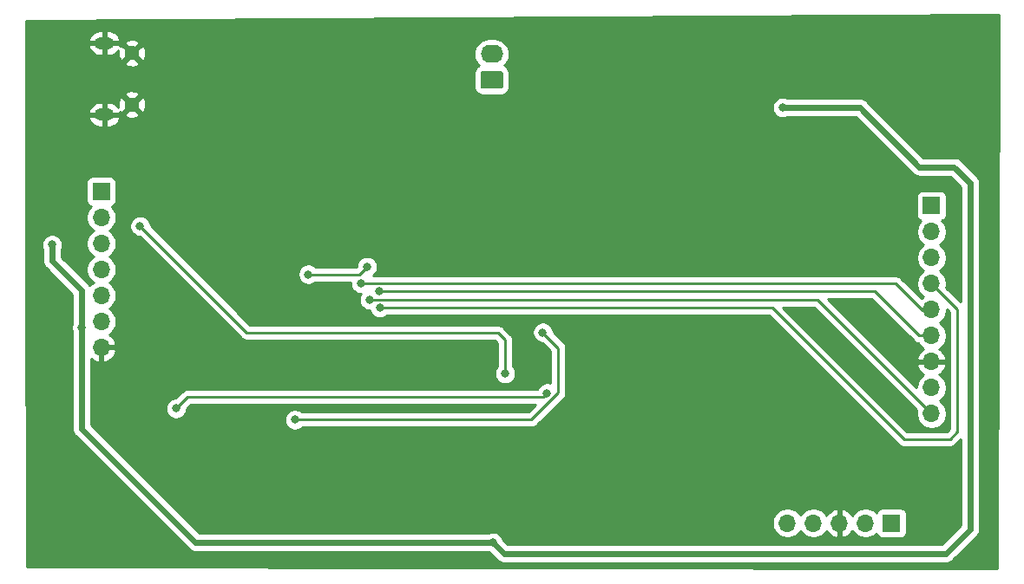
<source format=gbr>
G04 #@! TF.GenerationSoftware,KiCad,Pcbnew,(5.1.5)-3*
G04 #@! TF.CreationDate,2020-02-14T11:51:10+01:00*
G04 #@! TF.ProjectId,Lab_1,4c61625f-312e-46b6-9963-61645f706362,rev?*
G04 #@! TF.SameCoordinates,Original*
G04 #@! TF.FileFunction,Copper,L2,Bot*
G04 #@! TF.FilePolarity,Positive*
%FSLAX46Y46*%
G04 Gerber Fmt 4.6, Leading zero omitted, Abs format (unit mm)*
G04 Created by KiCad (PCBNEW (5.1.5)-3) date 2020-02-14 11:51:10*
%MOMM*%
%LPD*%
G04 APERTURE LIST*
%ADD10C,0.100000*%
%ADD11O,2.200000X1.740000*%
%ADD12R,1.700000X1.700000*%
%ADD13O,1.700000X1.700000*%
%ADD14C,1.450000*%
%ADD15O,1.900000X1.200000*%
%ADD16C,0.800000*%
%ADD17C,0.600000*%
%ADD18C,0.250000*%
%ADD19C,0.254000*%
G04 APERTURE END LIST*
G04 #@! TA.AperFunction,ComponentPad*
D10*
G36*
X105674505Y-100531204D02*
G01*
X105698773Y-100534804D01*
X105722572Y-100540765D01*
X105745671Y-100549030D01*
X105767850Y-100559520D01*
X105788893Y-100572132D01*
X105808599Y-100586747D01*
X105826777Y-100603223D01*
X105843253Y-100621401D01*
X105857868Y-100641107D01*
X105870480Y-100662150D01*
X105880970Y-100684329D01*
X105889235Y-100707428D01*
X105895196Y-100731227D01*
X105898796Y-100755495D01*
X105900000Y-100779999D01*
X105900000Y-102020001D01*
X105898796Y-102044505D01*
X105895196Y-102068773D01*
X105889235Y-102092572D01*
X105880970Y-102115671D01*
X105870480Y-102137850D01*
X105857868Y-102158893D01*
X105843253Y-102178599D01*
X105826777Y-102196777D01*
X105808599Y-102213253D01*
X105788893Y-102227868D01*
X105767850Y-102240480D01*
X105745671Y-102250970D01*
X105722572Y-102259235D01*
X105698773Y-102265196D01*
X105674505Y-102268796D01*
X105650001Y-102270000D01*
X103949999Y-102270000D01*
X103925495Y-102268796D01*
X103901227Y-102265196D01*
X103877428Y-102259235D01*
X103854329Y-102250970D01*
X103832150Y-102240480D01*
X103811107Y-102227868D01*
X103791401Y-102213253D01*
X103773223Y-102196777D01*
X103756747Y-102178599D01*
X103742132Y-102158893D01*
X103729520Y-102137850D01*
X103719030Y-102115671D01*
X103710765Y-102092572D01*
X103704804Y-102068773D01*
X103701204Y-102044505D01*
X103700000Y-102020001D01*
X103700000Y-100779999D01*
X103701204Y-100755495D01*
X103704804Y-100731227D01*
X103710765Y-100707428D01*
X103719030Y-100684329D01*
X103729520Y-100662150D01*
X103742132Y-100641107D01*
X103756747Y-100621401D01*
X103773223Y-100603223D01*
X103791401Y-100586747D01*
X103811107Y-100572132D01*
X103832150Y-100559520D01*
X103854329Y-100549030D01*
X103877428Y-100540765D01*
X103901227Y-100534804D01*
X103925495Y-100531204D01*
X103949999Y-100530000D01*
X105650001Y-100530000D01*
X105674505Y-100531204D01*
G37*
G04 #@! TD.AperFunction*
D11*
X104800000Y-98860000D03*
D12*
X147700000Y-113700000D03*
D13*
X147700000Y-116240000D03*
X147700000Y-118780000D03*
X147700000Y-121320000D03*
X147700000Y-123860000D03*
X147700000Y-126400000D03*
X147700000Y-128940000D03*
X147700000Y-131480000D03*
X147700000Y-134020000D03*
D12*
X66700000Y-112300000D03*
D13*
X66700000Y-114840000D03*
X66700000Y-117380000D03*
X66700000Y-119920000D03*
X66700000Y-122460000D03*
X66700000Y-125000000D03*
X66700000Y-127540000D03*
D12*
X143800000Y-144700000D03*
D13*
X141260000Y-144700000D03*
X138720000Y-144700000D03*
X136180000Y-144700000D03*
X133640000Y-144700000D03*
D14*
X69700000Y-98800000D03*
X69700000Y-103800000D03*
D15*
X67000000Y-97800000D03*
X67000000Y-104800000D03*
D16*
X133200000Y-104100000D03*
X104900000Y-146600000D03*
X64800000Y-125600000D03*
X61900000Y-117500000D03*
X93870000Y-123670000D03*
X92030000Y-121270000D03*
X93830000Y-122070000D03*
X92870000Y-122870000D03*
X70489999Y-115689999D03*
X106100000Y-130100000D03*
X109770000Y-126070000D03*
X85600000Y-134600000D03*
X110200000Y-132000000D03*
X74000000Y-133500000D03*
X92630000Y-119670000D03*
X86900000Y-120400000D03*
X95700000Y-98900000D03*
X80900000Y-101800000D03*
X127900000Y-99200000D03*
X152200000Y-102900000D03*
X94700000Y-129100000D03*
X149100000Y-107500000D03*
X79200000Y-114300000D03*
X130600000Y-112600000D03*
X116800000Y-139700000D03*
X73700000Y-126300000D03*
X63000000Y-143400000D03*
X70900000Y-106400000D03*
D17*
X105299999Y-146999999D02*
X104900000Y-146600000D01*
X106000000Y-147700000D02*
X105299999Y-146999999D01*
X149100000Y-147700000D02*
X106000000Y-147700000D01*
X151500000Y-145300000D02*
X149100000Y-147700000D01*
X133200000Y-104100000D02*
X140700002Y-104100000D01*
X146500002Y-109900000D02*
X149900000Y-109900000D01*
X140700002Y-104100000D02*
X146500002Y-109900000D01*
X149900000Y-109900000D02*
X151500000Y-111500000D01*
X151500000Y-111500000D02*
X151500000Y-145300000D01*
X64800000Y-135500000D02*
X64800000Y-125600000D01*
X104900000Y-146600000D02*
X75900000Y-146600000D01*
X75900000Y-146600000D02*
X64800000Y-135500000D01*
X61900000Y-117500000D02*
X61900000Y-119100000D01*
X64800000Y-122000000D02*
X64800000Y-125600000D01*
X61900000Y-119100000D02*
X64800000Y-122000000D01*
D18*
X132170000Y-123670000D02*
X145000000Y-136500000D01*
X93870000Y-123670000D02*
X132170000Y-123670000D01*
X145000000Y-136500000D02*
X149500000Y-136500000D01*
X149500000Y-136500000D02*
X150200000Y-135800000D01*
X150200000Y-135800000D02*
X150200000Y-123800000D01*
X150200000Y-123800000D02*
X147700000Y-121300000D01*
X93470000Y-121270000D02*
X92030000Y-121270000D01*
X147700000Y-123900000D02*
X146800000Y-123900000D01*
X144170000Y-121270000D02*
X93470000Y-121270000D01*
X146800000Y-123900000D02*
X144170000Y-121270000D01*
X94395685Y-122070000D02*
X93830000Y-122070000D01*
X142167919Y-122070000D02*
X94395685Y-122070000D01*
X146497919Y-126400000D02*
X142167919Y-122070000D01*
X147700000Y-126400000D02*
X146497919Y-126400000D01*
X136550000Y-122870000D02*
X92870000Y-122870000D01*
X147700000Y-134020000D02*
X136550000Y-122870000D01*
X106100000Y-126800000D02*
X105400000Y-126100000D01*
X80900000Y-126100000D02*
X70489999Y-115689999D01*
X105400000Y-126100000D02*
X80900000Y-126100000D01*
X106100000Y-130100000D02*
X106100000Y-126800000D01*
X108673002Y-134600000D02*
X111300000Y-131973002D01*
X85600000Y-134600000D02*
X108673002Y-134600000D01*
X111300000Y-127600000D02*
X109770000Y-126070000D01*
X111300000Y-131973002D02*
X111300000Y-127600000D01*
X110200000Y-132000000D02*
X109800001Y-132399999D01*
X75100001Y-132399999D02*
X74000000Y-133500000D01*
X109800001Y-132399999D02*
X75100001Y-132399999D01*
X91900000Y-120400000D02*
X92630000Y-119670000D01*
X86900000Y-120400000D02*
X91900000Y-120400000D01*
D19*
G36*
X154073467Y-149172733D02*
G01*
X59426764Y-148973267D01*
X59367856Y-117398061D01*
X60865000Y-117398061D01*
X60865000Y-117601939D01*
X60904774Y-117801898D01*
X60965000Y-117947296D01*
X60965001Y-119054059D01*
X60960476Y-119100000D01*
X60978529Y-119283291D01*
X61015381Y-119404774D01*
X61031994Y-119459540D01*
X61118815Y-119621972D01*
X61235657Y-119764344D01*
X61271336Y-119793625D01*
X63865000Y-122387290D01*
X63865001Y-125152703D01*
X63804774Y-125298102D01*
X63765000Y-125498061D01*
X63765000Y-125701939D01*
X63804774Y-125901898D01*
X63865001Y-126047298D01*
X63865000Y-135454068D01*
X63860476Y-135500000D01*
X63865000Y-135545931D01*
X63878529Y-135683291D01*
X63931993Y-135859539D01*
X64018814Y-136021971D01*
X64135656Y-136164344D01*
X64171341Y-136193630D01*
X75206370Y-147228659D01*
X75235656Y-147264344D01*
X75378028Y-147381186D01*
X75483880Y-147437765D01*
X75540459Y-147468007D01*
X75716708Y-147521472D01*
X75900000Y-147539524D01*
X75945935Y-147535000D01*
X104452705Y-147535000D01*
X104555142Y-147577431D01*
X105306370Y-148328659D01*
X105335656Y-148364344D01*
X105478028Y-148481186D01*
X105640460Y-148568007D01*
X105816708Y-148621471D01*
X106000000Y-148639524D01*
X106045932Y-148635000D01*
X149054068Y-148635000D01*
X149100000Y-148639524D01*
X149145932Y-148635000D01*
X149283292Y-148621471D01*
X149459540Y-148568007D01*
X149621972Y-148481186D01*
X149764344Y-148364344D01*
X149793630Y-148328659D01*
X152128659Y-145993630D01*
X152164344Y-145964344D01*
X152281186Y-145821972D01*
X152355577Y-145682795D01*
X152368007Y-145659541D01*
X152421472Y-145483292D01*
X152439524Y-145300000D01*
X152435000Y-145254065D01*
X152435000Y-111545935D01*
X152439524Y-111500000D01*
X152421472Y-111316708D01*
X152368007Y-111140459D01*
X152337765Y-111083880D01*
X152281186Y-110978028D01*
X152164344Y-110835656D01*
X152128660Y-110806371D01*
X150593630Y-109271341D01*
X150564344Y-109235656D01*
X150421972Y-109118814D01*
X150259540Y-109031993D01*
X150083292Y-108978529D01*
X149945932Y-108965000D01*
X149900000Y-108960476D01*
X149854068Y-108965000D01*
X146887291Y-108965000D01*
X141393632Y-103471341D01*
X141364346Y-103435656D01*
X141221974Y-103318814D01*
X141059542Y-103231993D01*
X140883294Y-103178529D01*
X140745934Y-103165000D01*
X140700002Y-103160476D01*
X140654070Y-103165000D01*
X133647295Y-103165000D01*
X133501898Y-103104774D01*
X133301939Y-103065000D01*
X133098061Y-103065000D01*
X132898102Y-103104774D01*
X132709744Y-103182795D01*
X132540226Y-103296063D01*
X132396063Y-103440226D01*
X132282795Y-103609744D01*
X132204774Y-103798102D01*
X132165000Y-103998061D01*
X132165000Y-104201939D01*
X132204774Y-104401898D01*
X132282795Y-104590256D01*
X132396063Y-104759774D01*
X132540226Y-104903937D01*
X132709744Y-105017205D01*
X132898102Y-105095226D01*
X133098061Y-105135000D01*
X133301939Y-105135000D01*
X133501898Y-105095226D01*
X133647295Y-105035000D01*
X140312713Y-105035000D01*
X145806372Y-110528659D01*
X145835658Y-110564344D01*
X145978030Y-110681186D01*
X146048428Y-110718814D01*
X146140461Y-110768007D01*
X146316710Y-110821472D01*
X146500002Y-110839524D01*
X146545937Y-110835000D01*
X149512711Y-110835000D01*
X150565000Y-111887289D01*
X150565000Y-123090198D01*
X149144528Y-121669726D01*
X149185000Y-121466260D01*
X149185000Y-121173740D01*
X149127932Y-120886842D01*
X149015990Y-120616589D01*
X148853475Y-120373368D01*
X148646632Y-120166525D01*
X148472240Y-120050000D01*
X148646632Y-119933475D01*
X148853475Y-119726632D01*
X149015990Y-119483411D01*
X149127932Y-119213158D01*
X149185000Y-118926260D01*
X149185000Y-118633740D01*
X149127932Y-118346842D01*
X149015990Y-118076589D01*
X148853475Y-117833368D01*
X148646632Y-117626525D01*
X148472240Y-117510000D01*
X148646632Y-117393475D01*
X148853475Y-117186632D01*
X149015990Y-116943411D01*
X149127932Y-116673158D01*
X149185000Y-116386260D01*
X149185000Y-116093740D01*
X149127932Y-115806842D01*
X149015990Y-115536589D01*
X148853475Y-115293368D01*
X148721620Y-115161513D01*
X148794180Y-115139502D01*
X148904494Y-115080537D01*
X149001185Y-115001185D01*
X149080537Y-114904494D01*
X149139502Y-114794180D01*
X149175812Y-114674482D01*
X149188072Y-114550000D01*
X149188072Y-112850000D01*
X149175812Y-112725518D01*
X149139502Y-112605820D01*
X149080537Y-112495506D01*
X149001185Y-112398815D01*
X148904494Y-112319463D01*
X148794180Y-112260498D01*
X148674482Y-112224188D01*
X148550000Y-112211928D01*
X146850000Y-112211928D01*
X146725518Y-112224188D01*
X146605820Y-112260498D01*
X146495506Y-112319463D01*
X146398815Y-112398815D01*
X146319463Y-112495506D01*
X146260498Y-112605820D01*
X146224188Y-112725518D01*
X146211928Y-112850000D01*
X146211928Y-114550000D01*
X146224188Y-114674482D01*
X146260498Y-114794180D01*
X146319463Y-114904494D01*
X146398815Y-115001185D01*
X146495506Y-115080537D01*
X146605820Y-115139502D01*
X146678380Y-115161513D01*
X146546525Y-115293368D01*
X146384010Y-115536589D01*
X146272068Y-115806842D01*
X146215000Y-116093740D01*
X146215000Y-116386260D01*
X146272068Y-116673158D01*
X146384010Y-116943411D01*
X146546525Y-117186632D01*
X146753368Y-117393475D01*
X146927760Y-117510000D01*
X146753368Y-117626525D01*
X146546525Y-117833368D01*
X146384010Y-118076589D01*
X146272068Y-118346842D01*
X146215000Y-118633740D01*
X146215000Y-118926260D01*
X146272068Y-119213158D01*
X146384010Y-119483411D01*
X146546525Y-119726632D01*
X146753368Y-119933475D01*
X146927760Y-120050000D01*
X146753368Y-120166525D01*
X146546525Y-120373368D01*
X146384010Y-120616589D01*
X146272068Y-120886842D01*
X146215000Y-121173740D01*
X146215000Y-121466260D01*
X146272068Y-121753158D01*
X146384010Y-122023411D01*
X146546525Y-122266632D01*
X146753368Y-122473475D01*
X146927760Y-122590000D01*
X146753368Y-122706525D01*
X146717347Y-122742546D01*
X144733804Y-120759003D01*
X144710001Y-120729999D01*
X144594276Y-120635026D01*
X144462247Y-120564454D01*
X144318986Y-120520997D01*
X144207333Y-120510000D01*
X144207322Y-120510000D01*
X144170000Y-120506324D01*
X144132678Y-120510000D01*
X93235802Y-120510000D01*
X93289774Y-120473937D01*
X93433937Y-120329774D01*
X93547205Y-120160256D01*
X93625226Y-119971898D01*
X93665000Y-119771939D01*
X93665000Y-119568061D01*
X93625226Y-119368102D01*
X93547205Y-119179744D01*
X93433937Y-119010226D01*
X93289774Y-118866063D01*
X93120256Y-118752795D01*
X92931898Y-118674774D01*
X92731939Y-118635000D01*
X92528061Y-118635000D01*
X92328102Y-118674774D01*
X92139744Y-118752795D01*
X91970226Y-118866063D01*
X91826063Y-119010226D01*
X91712795Y-119179744D01*
X91634774Y-119368102D01*
X91595000Y-119568061D01*
X91595000Y-119630199D01*
X91585199Y-119640000D01*
X87603711Y-119640000D01*
X87559774Y-119596063D01*
X87390256Y-119482795D01*
X87201898Y-119404774D01*
X87001939Y-119365000D01*
X86798061Y-119365000D01*
X86598102Y-119404774D01*
X86409744Y-119482795D01*
X86240226Y-119596063D01*
X86096063Y-119740226D01*
X85982795Y-119909744D01*
X85904774Y-120098102D01*
X85865000Y-120298061D01*
X85865000Y-120501939D01*
X85904774Y-120701898D01*
X85982795Y-120890256D01*
X86096063Y-121059774D01*
X86240226Y-121203937D01*
X86409744Y-121317205D01*
X86598102Y-121395226D01*
X86798061Y-121435000D01*
X87001939Y-121435000D01*
X87201898Y-121395226D01*
X87390256Y-121317205D01*
X87559774Y-121203937D01*
X87603711Y-121160000D01*
X90996603Y-121160000D01*
X90995000Y-121168061D01*
X90995000Y-121371939D01*
X91034774Y-121571898D01*
X91112795Y-121760256D01*
X91226063Y-121929774D01*
X91370226Y-122073937D01*
X91539744Y-122187205D01*
X91728102Y-122265226D01*
X91928061Y-122305000D01*
X92002737Y-122305000D01*
X91952795Y-122379744D01*
X91874774Y-122568102D01*
X91835000Y-122768061D01*
X91835000Y-122971939D01*
X91874774Y-123171898D01*
X91952795Y-123360256D01*
X92066063Y-123529774D01*
X92210226Y-123673937D01*
X92379744Y-123787205D01*
X92568102Y-123865226D01*
X92768061Y-123905000D01*
X92861467Y-123905000D01*
X92874774Y-123971898D01*
X92952795Y-124160256D01*
X93066063Y-124329774D01*
X93210226Y-124473937D01*
X93379744Y-124587205D01*
X93568102Y-124665226D01*
X93768061Y-124705000D01*
X93971939Y-124705000D01*
X94171898Y-124665226D01*
X94360256Y-124587205D01*
X94529774Y-124473937D01*
X94573711Y-124430000D01*
X131855199Y-124430000D01*
X144436201Y-137011003D01*
X144459999Y-137040001D01*
X144488997Y-137063799D01*
X144575723Y-137134974D01*
X144707753Y-137205546D01*
X144851014Y-137249003D01*
X144962667Y-137260000D01*
X144962677Y-137260000D01*
X144999999Y-137263676D01*
X145037322Y-137260000D01*
X149462678Y-137260000D01*
X149500000Y-137263676D01*
X149537322Y-137260000D01*
X149537333Y-137260000D01*
X149648986Y-137249003D01*
X149792247Y-137205546D01*
X149924276Y-137134974D01*
X150040001Y-137040001D01*
X150063803Y-137010998D01*
X150565001Y-136509802D01*
X150565001Y-144912710D01*
X148712711Y-146765000D01*
X106387289Y-146765000D01*
X105877431Y-146255142D01*
X105817205Y-146109744D01*
X105703937Y-145940226D01*
X105559774Y-145796063D01*
X105390256Y-145682795D01*
X105201898Y-145604774D01*
X105001939Y-145565000D01*
X104798061Y-145565000D01*
X104598102Y-145604774D01*
X104452705Y-145665000D01*
X76287289Y-145665000D01*
X75176029Y-144553740D01*
X132155000Y-144553740D01*
X132155000Y-144846260D01*
X132212068Y-145133158D01*
X132324010Y-145403411D01*
X132486525Y-145646632D01*
X132693368Y-145853475D01*
X132936589Y-146015990D01*
X133206842Y-146127932D01*
X133493740Y-146185000D01*
X133786260Y-146185000D01*
X134073158Y-146127932D01*
X134343411Y-146015990D01*
X134586632Y-145853475D01*
X134793475Y-145646632D01*
X134910000Y-145472240D01*
X135026525Y-145646632D01*
X135233368Y-145853475D01*
X135476589Y-146015990D01*
X135746842Y-146127932D01*
X136033740Y-146185000D01*
X136326260Y-146185000D01*
X136613158Y-146127932D01*
X136883411Y-146015990D01*
X137126632Y-145853475D01*
X137333475Y-145646632D01*
X137455195Y-145464466D01*
X137524822Y-145581355D01*
X137719731Y-145797588D01*
X137953080Y-145971641D01*
X138215901Y-146096825D01*
X138363110Y-146141476D01*
X138593000Y-146020155D01*
X138593000Y-144827000D01*
X138573000Y-144827000D01*
X138573000Y-144573000D01*
X138593000Y-144573000D01*
X138593000Y-143379845D01*
X138847000Y-143379845D01*
X138847000Y-144573000D01*
X138867000Y-144573000D01*
X138867000Y-144827000D01*
X138847000Y-144827000D01*
X138847000Y-146020155D01*
X139076890Y-146141476D01*
X139224099Y-146096825D01*
X139486920Y-145971641D01*
X139720269Y-145797588D01*
X139915178Y-145581355D01*
X139984805Y-145464466D01*
X140106525Y-145646632D01*
X140313368Y-145853475D01*
X140556589Y-146015990D01*
X140826842Y-146127932D01*
X141113740Y-146185000D01*
X141406260Y-146185000D01*
X141693158Y-146127932D01*
X141963411Y-146015990D01*
X142206632Y-145853475D01*
X142338487Y-145721620D01*
X142360498Y-145794180D01*
X142419463Y-145904494D01*
X142498815Y-146001185D01*
X142595506Y-146080537D01*
X142705820Y-146139502D01*
X142825518Y-146175812D01*
X142950000Y-146188072D01*
X144650000Y-146188072D01*
X144774482Y-146175812D01*
X144894180Y-146139502D01*
X145004494Y-146080537D01*
X145101185Y-146001185D01*
X145180537Y-145904494D01*
X145239502Y-145794180D01*
X145275812Y-145674482D01*
X145288072Y-145550000D01*
X145288072Y-143850000D01*
X145275812Y-143725518D01*
X145239502Y-143605820D01*
X145180537Y-143495506D01*
X145101185Y-143398815D01*
X145004494Y-143319463D01*
X144894180Y-143260498D01*
X144774482Y-143224188D01*
X144650000Y-143211928D01*
X142950000Y-143211928D01*
X142825518Y-143224188D01*
X142705820Y-143260498D01*
X142595506Y-143319463D01*
X142498815Y-143398815D01*
X142419463Y-143495506D01*
X142360498Y-143605820D01*
X142338487Y-143678380D01*
X142206632Y-143546525D01*
X141963411Y-143384010D01*
X141693158Y-143272068D01*
X141406260Y-143215000D01*
X141113740Y-143215000D01*
X140826842Y-143272068D01*
X140556589Y-143384010D01*
X140313368Y-143546525D01*
X140106525Y-143753368D01*
X139984805Y-143935534D01*
X139915178Y-143818645D01*
X139720269Y-143602412D01*
X139486920Y-143428359D01*
X139224099Y-143303175D01*
X139076890Y-143258524D01*
X138847000Y-143379845D01*
X138593000Y-143379845D01*
X138363110Y-143258524D01*
X138215901Y-143303175D01*
X137953080Y-143428359D01*
X137719731Y-143602412D01*
X137524822Y-143818645D01*
X137455195Y-143935534D01*
X137333475Y-143753368D01*
X137126632Y-143546525D01*
X136883411Y-143384010D01*
X136613158Y-143272068D01*
X136326260Y-143215000D01*
X136033740Y-143215000D01*
X135746842Y-143272068D01*
X135476589Y-143384010D01*
X135233368Y-143546525D01*
X135026525Y-143753368D01*
X134910000Y-143927760D01*
X134793475Y-143753368D01*
X134586632Y-143546525D01*
X134343411Y-143384010D01*
X134073158Y-143272068D01*
X133786260Y-143215000D01*
X133493740Y-143215000D01*
X133206842Y-143272068D01*
X132936589Y-143384010D01*
X132693368Y-143546525D01*
X132486525Y-143753368D01*
X132324010Y-143996589D01*
X132212068Y-144266842D01*
X132155000Y-144553740D01*
X75176029Y-144553740D01*
X65735000Y-135112711D01*
X65735000Y-133398061D01*
X72965000Y-133398061D01*
X72965000Y-133601939D01*
X73004774Y-133801898D01*
X73082795Y-133990256D01*
X73196063Y-134159774D01*
X73340226Y-134303937D01*
X73509744Y-134417205D01*
X73698102Y-134495226D01*
X73898061Y-134535000D01*
X74101939Y-134535000D01*
X74301898Y-134495226D01*
X74490256Y-134417205D01*
X74659774Y-134303937D01*
X74803937Y-134159774D01*
X74917205Y-133990256D01*
X74995226Y-133801898D01*
X75035000Y-133601939D01*
X75035000Y-133539801D01*
X75414803Y-133159999D01*
X109038202Y-133159999D01*
X108358201Y-133840000D01*
X86303711Y-133840000D01*
X86259774Y-133796063D01*
X86090256Y-133682795D01*
X85901898Y-133604774D01*
X85701939Y-133565000D01*
X85498061Y-133565000D01*
X85298102Y-133604774D01*
X85109744Y-133682795D01*
X84940226Y-133796063D01*
X84796063Y-133940226D01*
X84682795Y-134109744D01*
X84604774Y-134298102D01*
X84565000Y-134498061D01*
X84565000Y-134701939D01*
X84604774Y-134901898D01*
X84682795Y-135090256D01*
X84796063Y-135259774D01*
X84940226Y-135403937D01*
X85109744Y-135517205D01*
X85298102Y-135595226D01*
X85498061Y-135635000D01*
X85701939Y-135635000D01*
X85901898Y-135595226D01*
X86090256Y-135517205D01*
X86259774Y-135403937D01*
X86303711Y-135360000D01*
X108635680Y-135360000D01*
X108673002Y-135363676D01*
X108710324Y-135360000D01*
X108710335Y-135360000D01*
X108821988Y-135349003D01*
X108965249Y-135305546D01*
X109097278Y-135234974D01*
X109213003Y-135140001D01*
X109236806Y-135110997D01*
X111811004Y-132536800D01*
X111840001Y-132513003D01*
X111934974Y-132397278D01*
X112005546Y-132265249D01*
X112049003Y-132121988D01*
X112060000Y-132010335D01*
X112060000Y-132010326D01*
X112063676Y-131973003D01*
X112060000Y-131935680D01*
X112060000Y-127637325D01*
X112063676Y-127600000D01*
X112060000Y-127562675D01*
X112060000Y-127562667D01*
X112049003Y-127451014D01*
X112005546Y-127307753D01*
X111934974Y-127175724D01*
X111840001Y-127059999D01*
X111811003Y-127036201D01*
X110805000Y-126030199D01*
X110805000Y-125968061D01*
X110765226Y-125768102D01*
X110687205Y-125579744D01*
X110573937Y-125410226D01*
X110429774Y-125266063D01*
X110260256Y-125152795D01*
X110071898Y-125074774D01*
X109871939Y-125035000D01*
X109668061Y-125035000D01*
X109468102Y-125074774D01*
X109279744Y-125152795D01*
X109110226Y-125266063D01*
X108966063Y-125410226D01*
X108852795Y-125579744D01*
X108774774Y-125768102D01*
X108735000Y-125968061D01*
X108735000Y-126171939D01*
X108774774Y-126371898D01*
X108852795Y-126560256D01*
X108966063Y-126729774D01*
X109110226Y-126873937D01*
X109279744Y-126987205D01*
X109468102Y-127065226D01*
X109668061Y-127105000D01*
X109730199Y-127105000D01*
X110540001Y-127914803D01*
X110540000Y-131020557D01*
X110501898Y-131004774D01*
X110301939Y-130965000D01*
X110098061Y-130965000D01*
X109898102Y-131004774D01*
X109709744Y-131082795D01*
X109540226Y-131196063D01*
X109396063Y-131340226D01*
X109282795Y-131509744D01*
X109228841Y-131639999D01*
X75137323Y-131639999D01*
X75100000Y-131636323D01*
X75062677Y-131639999D01*
X75062668Y-131639999D01*
X74951015Y-131650996D01*
X74807754Y-131694453D01*
X74675725Y-131765025D01*
X74560000Y-131859998D01*
X74536202Y-131888996D01*
X73960199Y-132465000D01*
X73898061Y-132465000D01*
X73698102Y-132504774D01*
X73509744Y-132582795D01*
X73340226Y-132696063D01*
X73196063Y-132840226D01*
X73082795Y-133009744D01*
X73004774Y-133198102D01*
X72965000Y-133398061D01*
X65735000Y-133398061D01*
X65735000Y-128659782D01*
X65818645Y-128735178D01*
X66068748Y-128884157D01*
X66343109Y-128981481D01*
X66573000Y-128860814D01*
X66573000Y-127667000D01*
X66827000Y-127667000D01*
X66827000Y-128860814D01*
X67056891Y-128981481D01*
X67331252Y-128884157D01*
X67581355Y-128735178D01*
X67797588Y-128540269D01*
X67971641Y-128306920D01*
X68096825Y-128044099D01*
X68141476Y-127896890D01*
X68020155Y-127667000D01*
X66827000Y-127667000D01*
X66573000Y-127667000D01*
X66553000Y-127667000D01*
X66553000Y-127413000D01*
X66573000Y-127413000D01*
X66573000Y-127393000D01*
X66827000Y-127393000D01*
X66827000Y-127413000D01*
X68020155Y-127413000D01*
X68141476Y-127183110D01*
X68096825Y-127035901D01*
X67971641Y-126773080D01*
X67797588Y-126539731D01*
X67581355Y-126344822D01*
X67464466Y-126275195D01*
X67646632Y-126153475D01*
X67853475Y-125946632D01*
X68015990Y-125703411D01*
X68127932Y-125433158D01*
X68185000Y-125146260D01*
X68185000Y-124853740D01*
X68127932Y-124566842D01*
X68015990Y-124296589D01*
X67853475Y-124053368D01*
X67646632Y-123846525D01*
X67472240Y-123730000D01*
X67646632Y-123613475D01*
X67853475Y-123406632D01*
X68015990Y-123163411D01*
X68127932Y-122893158D01*
X68185000Y-122606260D01*
X68185000Y-122313740D01*
X68127932Y-122026842D01*
X68015990Y-121756589D01*
X67853475Y-121513368D01*
X67646632Y-121306525D01*
X67472240Y-121190000D01*
X67646632Y-121073475D01*
X67853475Y-120866632D01*
X68015990Y-120623411D01*
X68127932Y-120353158D01*
X68185000Y-120066260D01*
X68185000Y-119773740D01*
X68127932Y-119486842D01*
X68015990Y-119216589D01*
X67853475Y-118973368D01*
X67646632Y-118766525D01*
X67472240Y-118650000D01*
X67646632Y-118533475D01*
X67853475Y-118326632D01*
X68015990Y-118083411D01*
X68127932Y-117813158D01*
X68185000Y-117526260D01*
X68185000Y-117233740D01*
X68127932Y-116946842D01*
X68015990Y-116676589D01*
X67853475Y-116433368D01*
X67646632Y-116226525D01*
X67472240Y-116110000D01*
X67646632Y-115993475D01*
X67853475Y-115786632D01*
X67986156Y-115588060D01*
X69454999Y-115588060D01*
X69454999Y-115791938D01*
X69494773Y-115991897D01*
X69572794Y-116180255D01*
X69686062Y-116349773D01*
X69830225Y-116493936D01*
X69999743Y-116607204D01*
X70188101Y-116685225D01*
X70388060Y-116724999D01*
X70450198Y-116724999D01*
X80336200Y-126611002D01*
X80359999Y-126640001D01*
X80388997Y-126663799D01*
X80475724Y-126734974D01*
X80607753Y-126805546D01*
X80751014Y-126849003D01*
X80900000Y-126863677D01*
X80937333Y-126860000D01*
X105085198Y-126860000D01*
X105340001Y-127114803D01*
X105340000Y-129396289D01*
X105296063Y-129440226D01*
X105182795Y-129609744D01*
X105104774Y-129798102D01*
X105065000Y-129998061D01*
X105065000Y-130201939D01*
X105104774Y-130401898D01*
X105182795Y-130590256D01*
X105296063Y-130759774D01*
X105440226Y-130903937D01*
X105609744Y-131017205D01*
X105798102Y-131095226D01*
X105998061Y-131135000D01*
X106201939Y-131135000D01*
X106401898Y-131095226D01*
X106590256Y-131017205D01*
X106759774Y-130903937D01*
X106903937Y-130759774D01*
X107017205Y-130590256D01*
X107095226Y-130401898D01*
X107135000Y-130201939D01*
X107135000Y-129998061D01*
X107095226Y-129798102D01*
X107017205Y-129609744D01*
X106903937Y-129440226D01*
X106860000Y-129396289D01*
X106860000Y-126837322D01*
X106863676Y-126799999D01*
X106860000Y-126762676D01*
X106860000Y-126762667D01*
X106849003Y-126651014D01*
X106805546Y-126507753D01*
X106734974Y-126375724D01*
X106721811Y-126359685D01*
X106663799Y-126288996D01*
X106663795Y-126288992D01*
X106640001Y-126259999D01*
X106611008Y-126236205D01*
X105963803Y-125589002D01*
X105940001Y-125559999D01*
X105824276Y-125465026D01*
X105692247Y-125394454D01*
X105548986Y-125350997D01*
X105437333Y-125340000D01*
X105437322Y-125340000D01*
X105400000Y-125336324D01*
X105362678Y-125340000D01*
X81214802Y-125340000D01*
X71524999Y-115650198D01*
X71524999Y-115588060D01*
X71485225Y-115388101D01*
X71407204Y-115199743D01*
X71293936Y-115030225D01*
X71149773Y-114886062D01*
X70980255Y-114772794D01*
X70791897Y-114694773D01*
X70591938Y-114654999D01*
X70388060Y-114654999D01*
X70188101Y-114694773D01*
X69999743Y-114772794D01*
X69830225Y-114886062D01*
X69686062Y-115030225D01*
X69572794Y-115199743D01*
X69494773Y-115388101D01*
X69454999Y-115588060D01*
X67986156Y-115588060D01*
X68015990Y-115543411D01*
X68127932Y-115273158D01*
X68185000Y-114986260D01*
X68185000Y-114693740D01*
X68127932Y-114406842D01*
X68015990Y-114136589D01*
X67853475Y-113893368D01*
X67721620Y-113761513D01*
X67794180Y-113739502D01*
X67904494Y-113680537D01*
X68001185Y-113601185D01*
X68080537Y-113504494D01*
X68139502Y-113394180D01*
X68175812Y-113274482D01*
X68188072Y-113150000D01*
X68188072Y-111450000D01*
X68175812Y-111325518D01*
X68139502Y-111205820D01*
X68080537Y-111095506D01*
X68001185Y-110998815D01*
X67904494Y-110919463D01*
X67794180Y-110860498D01*
X67674482Y-110824188D01*
X67550000Y-110811928D01*
X65850000Y-110811928D01*
X65725518Y-110824188D01*
X65605820Y-110860498D01*
X65495506Y-110919463D01*
X65398815Y-110998815D01*
X65319463Y-111095506D01*
X65260498Y-111205820D01*
X65224188Y-111325518D01*
X65211928Y-111450000D01*
X65211928Y-113150000D01*
X65224188Y-113274482D01*
X65260498Y-113394180D01*
X65319463Y-113504494D01*
X65398815Y-113601185D01*
X65495506Y-113680537D01*
X65605820Y-113739502D01*
X65678380Y-113761513D01*
X65546525Y-113893368D01*
X65384010Y-114136589D01*
X65272068Y-114406842D01*
X65215000Y-114693740D01*
X65215000Y-114986260D01*
X65272068Y-115273158D01*
X65384010Y-115543411D01*
X65546525Y-115786632D01*
X65753368Y-115993475D01*
X65927760Y-116110000D01*
X65753368Y-116226525D01*
X65546525Y-116433368D01*
X65384010Y-116676589D01*
X65272068Y-116946842D01*
X65215000Y-117233740D01*
X65215000Y-117526260D01*
X65272068Y-117813158D01*
X65384010Y-118083411D01*
X65546525Y-118326632D01*
X65753368Y-118533475D01*
X65927760Y-118650000D01*
X65753368Y-118766525D01*
X65546525Y-118973368D01*
X65384010Y-119216589D01*
X65272068Y-119486842D01*
X65215000Y-119773740D01*
X65215000Y-120066260D01*
X65272068Y-120353158D01*
X65384010Y-120623411D01*
X65546525Y-120866632D01*
X65753368Y-121073475D01*
X65927760Y-121190000D01*
X65753368Y-121306525D01*
X65581423Y-121478470D01*
X65581186Y-121478028D01*
X65464344Y-121335656D01*
X65428666Y-121306376D01*
X62835000Y-118712711D01*
X62835000Y-117947295D01*
X62895226Y-117801898D01*
X62935000Y-117601939D01*
X62935000Y-117398061D01*
X62895226Y-117198102D01*
X62817205Y-117009744D01*
X62703937Y-116840226D01*
X62559774Y-116696063D01*
X62390256Y-116582795D01*
X62201898Y-116504774D01*
X62001939Y-116465000D01*
X61798061Y-116465000D01*
X61598102Y-116504774D01*
X61409744Y-116582795D01*
X61240226Y-116696063D01*
X61096063Y-116840226D01*
X60982795Y-117009744D01*
X60904774Y-117198102D01*
X60865000Y-117398061D01*
X59367856Y-117398061D01*
X59344945Y-105117609D01*
X65456538Y-105117609D01*
X65460409Y-105155282D01*
X65552579Y-105380533D01*
X65686922Y-105583474D01*
X65858275Y-105756307D01*
X66060054Y-105892390D01*
X66284504Y-105986493D01*
X66523000Y-106035000D01*
X66873000Y-106035000D01*
X66873000Y-104927000D01*
X67127000Y-104927000D01*
X67127000Y-106035000D01*
X67477000Y-106035000D01*
X67715496Y-105986493D01*
X67939946Y-105892390D01*
X68141725Y-105756307D01*
X68313078Y-105583474D01*
X68447421Y-105380533D01*
X68539591Y-105155282D01*
X68543462Y-105117609D01*
X68418731Y-104927000D01*
X67127000Y-104927000D01*
X66873000Y-104927000D01*
X65581269Y-104927000D01*
X65456538Y-105117609D01*
X59344945Y-105117609D01*
X59344239Y-104739133D01*
X68940472Y-104739133D01*
X69002965Y-104975450D01*
X69245678Y-105088850D01*
X69505849Y-105152719D01*
X69773482Y-105164604D01*
X70038291Y-105124048D01*
X70290100Y-105032609D01*
X70397035Y-104975450D01*
X70459528Y-104739133D01*
X69700000Y-103979605D01*
X68940472Y-104739133D01*
X59344239Y-104739133D01*
X59343760Y-104482391D01*
X65456538Y-104482391D01*
X65581269Y-104673000D01*
X66873000Y-104673000D01*
X66873000Y-103565000D01*
X67127000Y-103565000D01*
X67127000Y-104673000D01*
X68418731Y-104673000D01*
X68532503Y-104499138D01*
X68760867Y-104559528D01*
X69520395Y-103800000D01*
X69879605Y-103800000D01*
X70639133Y-104559528D01*
X70875450Y-104497035D01*
X70988850Y-104254322D01*
X71052719Y-103994151D01*
X71064604Y-103726518D01*
X71024048Y-103461709D01*
X70932609Y-103209900D01*
X70875450Y-103102965D01*
X70639133Y-103040472D01*
X69879605Y-103800000D01*
X69520395Y-103800000D01*
X68760867Y-103040472D01*
X68524550Y-103102965D01*
X68411150Y-103345678D01*
X68347281Y-103605849D01*
X68335396Y-103873482D01*
X68370615Y-104103442D01*
X68313078Y-104016526D01*
X68141725Y-103843693D01*
X67939946Y-103707610D01*
X67715496Y-103613507D01*
X67477000Y-103565000D01*
X67127000Y-103565000D01*
X66873000Y-103565000D01*
X66523000Y-103565000D01*
X66284504Y-103613507D01*
X66060054Y-103707610D01*
X65858275Y-103843693D01*
X65686922Y-104016526D01*
X65552579Y-104219467D01*
X65460409Y-104444718D01*
X65456538Y-104482391D01*
X59343760Y-104482391D01*
X59340735Y-102860867D01*
X68940472Y-102860867D01*
X69700000Y-103620395D01*
X70459528Y-102860867D01*
X70397035Y-102624550D01*
X70154322Y-102511150D01*
X69894151Y-102447281D01*
X69626518Y-102435396D01*
X69361709Y-102475952D01*
X69109900Y-102567391D01*
X69002965Y-102624550D01*
X68940472Y-102860867D01*
X59340735Y-102860867D01*
X59334911Y-99739133D01*
X68940472Y-99739133D01*
X69002965Y-99975450D01*
X69245678Y-100088850D01*
X69505849Y-100152719D01*
X69773482Y-100164604D01*
X70038291Y-100124048D01*
X70290100Y-100032609D01*
X70397035Y-99975450D01*
X70459528Y-99739133D01*
X69700000Y-98979605D01*
X68940472Y-99739133D01*
X59334911Y-99739133D01*
X59331885Y-98117609D01*
X65456538Y-98117609D01*
X65460409Y-98155282D01*
X65552579Y-98380533D01*
X65686922Y-98583474D01*
X65858275Y-98756307D01*
X66060054Y-98892390D01*
X66284504Y-98986493D01*
X66523000Y-99035000D01*
X66873000Y-99035000D01*
X66873000Y-97927000D01*
X67127000Y-97927000D01*
X67127000Y-99035000D01*
X67477000Y-99035000D01*
X67715496Y-98986493D01*
X67939946Y-98892390D01*
X68141725Y-98756307D01*
X68313078Y-98583474D01*
X68376171Y-98488164D01*
X68347281Y-98605849D01*
X68335396Y-98873482D01*
X68375952Y-99138291D01*
X68467391Y-99390100D01*
X68524550Y-99497035D01*
X68760867Y-99559528D01*
X69520395Y-98800000D01*
X69879605Y-98800000D01*
X70639133Y-99559528D01*
X70875450Y-99497035D01*
X70988850Y-99254322D01*
X71052719Y-98994151D01*
X71058676Y-98860000D01*
X103057718Y-98860000D01*
X103086776Y-99155032D01*
X103172834Y-99438725D01*
X103312583Y-99700179D01*
X103500655Y-99929345D01*
X103566114Y-99983066D01*
X103456613Y-100041595D01*
X103322038Y-100152038D01*
X103211595Y-100286613D01*
X103129528Y-100440149D01*
X103078992Y-100606745D01*
X103061928Y-100779999D01*
X103061928Y-102020001D01*
X103078992Y-102193255D01*
X103129528Y-102359851D01*
X103211595Y-102513387D01*
X103322038Y-102647962D01*
X103456613Y-102758405D01*
X103610149Y-102840472D01*
X103776745Y-102891008D01*
X103949999Y-102908072D01*
X105650001Y-102908072D01*
X105823255Y-102891008D01*
X105989851Y-102840472D01*
X106143387Y-102758405D01*
X106277962Y-102647962D01*
X106388405Y-102513387D01*
X106470472Y-102359851D01*
X106521008Y-102193255D01*
X106538072Y-102020001D01*
X106538072Y-100779999D01*
X106521008Y-100606745D01*
X106470472Y-100440149D01*
X106388405Y-100286613D01*
X106277962Y-100152038D01*
X106143387Y-100041595D01*
X106033886Y-99983066D01*
X106099345Y-99929345D01*
X106287417Y-99700179D01*
X106427166Y-99438725D01*
X106513224Y-99155032D01*
X106542282Y-98860000D01*
X106513224Y-98564968D01*
X106427166Y-98281275D01*
X106287417Y-98019821D01*
X106099345Y-97790655D01*
X105870179Y-97602583D01*
X105608725Y-97462834D01*
X105325032Y-97376776D01*
X105103936Y-97355000D01*
X104496064Y-97355000D01*
X104274968Y-97376776D01*
X103991275Y-97462834D01*
X103729821Y-97602583D01*
X103500655Y-97790655D01*
X103312583Y-98019821D01*
X103172834Y-98281275D01*
X103086776Y-98564968D01*
X103057718Y-98860000D01*
X71058676Y-98860000D01*
X71064604Y-98726518D01*
X71024048Y-98461709D01*
X70932609Y-98209900D01*
X70875450Y-98102965D01*
X70639133Y-98040472D01*
X69879605Y-98800000D01*
X69520395Y-98800000D01*
X68760867Y-98040472D01*
X68532503Y-98100862D01*
X68418731Y-97927000D01*
X67127000Y-97927000D01*
X66873000Y-97927000D01*
X65581269Y-97927000D01*
X65456538Y-98117609D01*
X59331885Y-98117609D01*
X59331407Y-97860867D01*
X68940472Y-97860867D01*
X69700000Y-98620395D01*
X70459528Y-97860867D01*
X70397035Y-97624550D01*
X70154322Y-97511150D01*
X69894151Y-97447281D01*
X69626518Y-97435396D01*
X69361709Y-97475952D01*
X69109900Y-97567391D01*
X69002965Y-97624550D01*
X68940472Y-97860867D01*
X59331407Y-97860867D01*
X59330700Y-97482391D01*
X65456538Y-97482391D01*
X65581269Y-97673000D01*
X66873000Y-97673000D01*
X66873000Y-96565000D01*
X67127000Y-96565000D01*
X67127000Y-97673000D01*
X68418731Y-97673000D01*
X68543462Y-97482391D01*
X68539591Y-97444718D01*
X68447421Y-97219467D01*
X68313078Y-97016526D01*
X68141725Y-96843693D01*
X67939946Y-96707610D01*
X67715496Y-96613507D01*
X67477000Y-96565000D01*
X67127000Y-96565000D01*
X66873000Y-96565000D01*
X66523000Y-96565000D01*
X66284504Y-96613507D01*
X66060054Y-96707610D01*
X65858275Y-96843693D01*
X65686922Y-97016526D01*
X65552579Y-97219467D01*
X65460409Y-97444718D01*
X65456538Y-97482391D01*
X59330700Y-97482391D01*
X59327236Y-95626200D01*
X154272529Y-95027805D01*
X154073467Y-149172733D01*
G37*
X154073467Y-149172733D02*
X59426764Y-148973267D01*
X59367856Y-117398061D01*
X60865000Y-117398061D01*
X60865000Y-117601939D01*
X60904774Y-117801898D01*
X60965000Y-117947296D01*
X60965001Y-119054059D01*
X60960476Y-119100000D01*
X60978529Y-119283291D01*
X61015381Y-119404774D01*
X61031994Y-119459540D01*
X61118815Y-119621972D01*
X61235657Y-119764344D01*
X61271336Y-119793625D01*
X63865000Y-122387290D01*
X63865001Y-125152703D01*
X63804774Y-125298102D01*
X63765000Y-125498061D01*
X63765000Y-125701939D01*
X63804774Y-125901898D01*
X63865001Y-126047298D01*
X63865000Y-135454068D01*
X63860476Y-135500000D01*
X63865000Y-135545931D01*
X63878529Y-135683291D01*
X63931993Y-135859539D01*
X64018814Y-136021971D01*
X64135656Y-136164344D01*
X64171341Y-136193630D01*
X75206370Y-147228659D01*
X75235656Y-147264344D01*
X75378028Y-147381186D01*
X75483880Y-147437765D01*
X75540459Y-147468007D01*
X75716708Y-147521472D01*
X75900000Y-147539524D01*
X75945935Y-147535000D01*
X104452705Y-147535000D01*
X104555142Y-147577431D01*
X105306370Y-148328659D01*
X105335656Y-148364344D01*
X105478028Y-148481186D01*
X105640460Y-148568007D01*
X105816708Y-148621471D01*
X106000000Y-148639524D01*
X106045932Y-148635000D01*
X149054068Y-148635000D01*
X149100000Y-148639524D01*
X149145932Y-148635000D01*
X149283292Y-148621471D01*
X149459540Y-148568007D01*
X149621972Y-148481186D01*
X149764344Y-148364344D01*
X149793630Y-148328659D01*
X152128659Y-145993630D01*
X152164344Y-145964344D01*
X152281186Y-145821972D01*
X152355577Y-145682795D01*
X152368007Y-145659541D01*
X152421472Y-145483292D01*
X152439524Y-145300000D01*
X152435000Y-145254065D01*
X152435000Y-111545935D01*
X152439524Y-111500000D01*
X152421472Y-111316708D01*
X152368007Y-111140459D01*
X152337765Y-111083880D01*
X152281186Y-110978028D01*
X152164344Y-110835656D01*
X152128660Y-110806371D01*
X150593630Y-109271341D01*
X150564344Y-109235656D01*
X150421972Y-109118814D01*
X150259540Y-109031993D01*
X150083292Y-108978529D01*
X149945932Y-108965000D01*
X149900000Y-108960476D01*
X149854068Y-108965000D01*
X146887291Y-108965000D01*
X141393632Y-103471341D01*
X141364346Y-103435656D01*
X141221974Y-103318814D01*
X141059542Y-103231993D01*
X140883294Y-103178529D01*
X140745934Y-103165000D01*
X140700002Y-103160476D01*
X140654070Y-103165000D01*
X133647295Y-103165000D01*
X133501898Y-103104774D01*
X133301939Y-103065000D01*
X133098061Y-103065000D01*
X132898102Y-103104774D01*
X132709744Y-103182795D01*
X132540226Y-103296063D01*
X132396063Y-103440226D01*
X132282795Y-103609744D01*
X132204774Y-103798102D01*
X132165000Y-103998061D01*
X132165000Y-104201939D01*
X132204774Y-104401898D01*
X132282795Y-104590256D01*
X132396063Y-104759774D01*
X132540226Y-104903937D01*
X132709744Y-105017205D01*
X132898102Y-105095226D01*
X133098061Y-105135000D01*
X133301939Y-105135000D01*
X133501898Y-105095226D01*
X133647295Y-105035000D01*
X140312713Y-105035000D01*
X145806372Y-110528659D01*
X145835658Y-110564344D01*
X145978030Y-110681186D01*
X146048428Y-110718814D01*
X146140461Y-110768007D01*
X146316710Y-110821472D01*
X146500002Y-110839524D01*
X146545937Y-110835000D01*
X149512711Y-110835000D01*
X150565000Y-111887289D01*
X150565000Y-123090198D01*
X149144528Y-121669726D01*
X149185000Y-121466260D01*
X149185000Y-121173740D01*
X149127932Y-120886842D01*
X149015990Y-120616589D01*
X148853475Y-120373368D01*
X148646632Y-120166525D01*
X148472240Y-120050000D01*
X148646632Y-119933475D01*
X148853475Y-119726632D01*
X149015990Y-119483411D01*
X149127932Y-119213158D01*
X149185000Y-118926260D01*
X149185000Y-118633740D01*
X149127932Y-118346842D01*
X149015990Y-118076589D01*
X148853475Y-117833368D01*
X148646632Y-117626525D01*
X148472240Y-117510000D01*
X148646632Y-117393475D01*
X148853475Y-117186632D01*
X149015990Y-116943411D01*
X149127932Y-116673158D01*
X149185000Y-116386260D01*
X149185000Y-116093740D01*
X149127932Y-115806842D01*
X149015990Y-115536589D01*
X148853475Y-115293368D01*
X148721620Y-115161513D01*
X148794180Y-115139502D01*
X148904494Y-115080537D01*
X149001185Y-115001185D01*
X149080537Y-114904494D01*
X149139502Y-114794180D01*
X149175812Y-114674482D01*
X149188072Y-114550000D01*
X149188072Y-112850000D01*
X149175812Y-112725518D01*
X149139502Y-112605820D01*
X149080537Y-112495506D01*
X149001185Y-112398815D01*
X148904494Y-112319463D01*
X148794180Y-112260498D01*
X148674482Y-112224188D01*
X148550000Y-112211928D01*
X146850000Y-112211928D01*
X146725518Y-112224188D01*
X146605820Y-112260498D01*
X146495506Y-112319463D01*
X146398815Y-112398815D01*
X146319463Y-112495506D01*
X146260498Y-112605820D01*
X146224188Y-112725518D01*
X146211928Y-112850000D01*
X146211928Y-114550000D01*
X146224188Y-114674482D01*
X146260498Y-114794180D01*
X146319463Y-114904494D01*
X146398815Y-115001185D01*
X146495506Y-115080537D01*
X146605820Y-115139502D01*
X146678380Y-115161513D01*
X146546525Y-115293368D01*
X146384010Y-115536589D01*
X146272068Y-115806842D01*
X146215000Y-116093740D01*
X146215000Y-116386260D01*
X146272068Y-116673158D01*
X146384010Y-116943411D01*
X146546525Y-117186632D01*
X146753368Y-117393475D01*
X146927760Y-117510000D01*
X146753368Y-117626525D01*
X146546525Y-117833368D01*
X146384010Y-118076589D01*
X146272068Y-118346842D01*
X146215000Y-118633740D01*
X146215000Y-118926260D01*
X146272068Y-119213158D01*
X146384010Y-119483411D01*
X146546525Y-119726632D01*
X146753368Y-119933475D01*
X146927760Y-120050000D01*
X146753368Y-120166525D01*
X146546525Y-120373368D01*
X146384010Y-120616589D01*
X146272068Y-120886842D01*
X146215000Y-121173740D01*
X146215000Y-121466260D01*
X146272068Y-121753158D01*
X146384010Y-122023411D01*
X146546525Y-122266632D01*
X146753368Y-122473475D01*
X146927760Y-122590000D01*
X146753368Y-122706525D01*
X146717347Y-122742546D01*
X144733804Y-120759003D01*
X144710001Y-120729999D01*
X144594276Y-120635026D01*
X144462247Y-120564454D01*
X144318986Y-120520997D01*
X144207333Y-120510000D01*
X144207322Y-120510000D01*
X144170000Y-120506324D01*
X144132678Y-120510000D01*
X93235802Y-120510000D01*
X93289774Y-120473937D01*
X93433937Y-120329774D01*
X93547205Y-120160256D01*
X93625226Y-119971898D01*
X93665000Y-119771939D01*
X93665000Y-119568061D01*
X93625226Y-119368102D01*
X93547205Y-119179744D01*
X93433937Y-119010226D01*
X93289774Y-118866063D01*
X93120256Y-118752795D01*
X92931898Y-118674774D01*
X92731939Y-118635000D01*
X92528061Y-118635000D01*
X92328102Y-118674774D01*
X92139744Y-118752795D01*
X91970226Y-118866063D01*
X91826063Y-119010226D01*
X91712795Y-119179744D01*
X91634774Y-119368102D01*
X91595000Y-119568061D01*
X91595000Y-119630199D01*
X91585199Y-119640000D01*
X87603711Y-119640000D01*
X87559774Y-119596063D01*
X87390256Y-119482795D01*
X87201898Y-119404774D01*
X87001939Y-119365000D01*
X86798061Y-119365000D01*
X86598102Y-119404774D01*
X86409744Y-119482795D01*
X86240226Y-119596063D01*
X86096063Y-119740226D01*
X85982795Y-119909744D01*
X85904774Y-120098102D01*
X85865000Y-120298061D01*
X85865000Y-120501939D01*
X85904774Y-120701898D01*
X85982795Y-120890256D01*
X86096063Y-121059774D01*
X86240226Y-121203937D01*
X86409744Y-121317205D01*
X86598102Y-121395226D01*
X86798061Y-121435000D01*
X87001939Y-121435000D01*
X87201898Y-121395226D01*
X87390256Y-121317205D01*
X87559774Y-121203937D01*
X87603711Y-121160000D01*
X90996603Y-121160000D01*
X90995000Y-121168061D01*
X90995000Y-121371939D01*
X91034774Y-121571898D01*
X91112795Y-121760256D01*
X91226063Y-121929774D01*
X91370226Y-122073937D01*
X91539744Y-122187205D01*
X91728102Y-122265226D01*
X91928061Y-122305000D01*
X92002737Y-122305000D01*
X91952795Y-122379744D01*
X91874774Y-122568102D01*
X91835000Y-122768061D01*
X91835000Y-122971939D01*
X91874774Y-123171898D01*
X91952795Y-123360256D01*
X92066063Y-123529774D01*
X92210226Y-123673937D01*
X92379744Y-123787205D01*
X92568102Y-123865226D01*
X92768061Y-123905000D01*
X92861467Y-123905000D01*
X92874774Y-123971898D01*
X92952795Y-124160256D01*
X93066063Y-124329774D01*
X93210226Y-124473937D01*
X93379744Y-124587205D01*
X93568102Y-124665226D01*
X93768061Y-124705000D01*
X93971939Y-124705000D01*
X94171898Y-124665226D01*
X94360256Y-124587205D01*
X94529774Y-124473937D01*
X94573711Y-124430000D01*
X131855199Y-124430000D01*
X144436201Y-137011003D01*
X144459999Y-137040001D01*
X144488997Y-137063799D01*
X144575723Y-137134974D01*
X144707753Y-137205546D01*
X144851014Y-137249003D01*
X144962667Y-137260000D01*
X144962677Y-137260000D01*
X144999999Y-137263676D01*
X145037322Y-137260000D01*
X149462678Y-137260000D01*
X149500000Y-137263676D01*
X149537322Y-137260000D01*
X149537333Y-137260000D01*
X149648986Y-137249003D01*
X149792247Y-137205546D01*
X149924276Y-137134974D01*
X150040001Y-137040001D01*
X150063803Y-137010998D01*
X150565001Y-136509802D01*
X150565001Y-144912710D01*
X148712711Y-146765000D01*
X106387289Y-146765000D01*
X105877431Y-146255142D01*
X105817205Y-146109744D01*
X105703937Y-145940226D01*
X105559774Y-145796063D01*
X105390256Y-145682795D01*
X105201898Y-145604774D01*
X105001939Y-145565000D01*
X104798061Y-145565000D01*
X104598102Y-145604774D01*
X104452705Y-145665000D01*
X76287289Y-145665000D01*
X75176029Y-144553740D01*
X132155000Y-144553740D01*
X132155000Y-144846260D01*
X132212068Y-145133158D01*
X132324010Y-145403411D01*
X132486525Y-145646632D01*
X132693368Y-145853475D01*
X132936589Y-146015990D01*
X133206842Y-146127932D01*
X133493740Y-146185000D01*
X133786260Y-146185000D01*
X134073158Y-146127932D01*
X134343411Y-146015990D01*
X134586632Y-145853475D01*
X134793475Y-145646632D01*
X134910000Y-145472240D01*
X135026525Y-145646632D01*
X135233368Y-145853475D01*
X135476589Y-146015990D01*
X135746842Y-146127932D01*
X136033740Y-146185000D01*
X136326260Y-146185000D01*
X136613158Y-146127932D01*
X136883411Y-146015990D01*
X137126632Y-145853475D01*
X137333475Y-145646632D01*
X137455195Y-145464466D01*
X137524822Y-145581355D01*
X137719731Y-145797588D01*
X137953080Y-145971641D01*
X138215901Y-146096825D01*
X138363110Y-146141476D01*
X138593000Y-146020155D01*
X138593000Y-144827000D01*
X138573000Y-144827000D01*
X138573000Y-144573000D01*
X138593000Y-144573000D01*
X138593000Y-143379845D01*
X138847000Y-143379845D01*
X138847000Y-144573000D01*
X138867000Y-144573000D01*
X138867000Y-144827000D01*
X138847000Y-144827000D01*
X138847000Y-146020155D01*
X139076890Y-146141476D01*
X139224099Y-146096825D01*
X139486920Y-145971641D01*
X139720269Y-145797588D01*
X139915178Y-145581355D01*
X139984805Y-145464466D01*
X140106525Y-145646632D01*
X140313368Y-145853475D01*
X140556589Y-146015990D01*
X140826842Y-146127932D01*
X141113740Y-146185000D01*
X141406260Y-146185000D01*
X141693158Y-146127932D01*
X141963411Y-146015990D01*
X142206632Y-145853475D01*
X142338487Y-145721620D01*
X142360498Y-145794180D01*
X142419463Y-145904494D01*
X142498815Y-146001185D01*
X142595506Y-146080537D01*
X142705820Y-146139502D01*
X142825518Y-146175812D01*
X142950000Y-146188072D01*
X144650000Y-146188072D01*
X144774482Y-146175812D01*
X144894180Y-146139502D01*
X145004494Y-146080537D01*
X145101185Y-146001185D01*
X145180537Y-145904494D01*
X145239502Y-145794180D01*
X145275812Y-145674482D01*
X145288072Y-145550000D01*
X145288072Y-143850000D01*
X145275812Y-143725518D01*
X145239502Y-143605820D01*
X145180537Y-143495506D01*
X145101185Y-143398815D01*
X145004494Y-143319463D01*
X144894180Y-143260498D01*
X144774482Y-143224188D01*
X144650000Y-143211928D01*
X142950000Y-143211928D01*
X142825518Y-143224188D01*
X142705820Y-143260498D01*
X142595506Y-143319463D01*
X142498815Y-143398815D01*
X142419463Y-143495506D01*
X142360498Y-143605820D01*
X142338487Y-143678380D01*
X142206632Y-143546525D01*
X141963411Y-143384010D01*
X141693158Y-143272068D01*
X141406260Y-143215000D01*
X141113740Y-143215000D01*
X140826842Y-143272068D01*
X140556589Y-143384010D01*
X140313368Y-143546525D01*
X140106525Y-143753368D01*
X139984805Y-143935534D01*
X139915178Y-143818645D01*
X139720269Y-143602412D01*
X139486920Y-143428359D01*
X139224099Y-143303175D01*
X139076890Y-143258524D01*
X138847000Y-143379845D01*
X138593000Y-143379845D01*
X138363110Y-143258524D01*
X138215901Y-143303175D01*
X137953080Y-143428359D01*
X137719731Y-143602412D01*
X137524822Y-143818645D01*
X137455195Y-143935534D01*
X137333475Y-143753368D01*
X137126632Y-143546525D01*
X136883411Y-143384010D01*
X136613158Y-143272068D01*
X136326260Y-143215000D01*
X136033740Y-143215000D01*
X135746842Y-143272068D01*
X135476589Y-143384010D01*
X135233368Y-143546525D01*
X135026525Y-143753368D01*
X134910000Y-143927760D01*
X134793475Y-143753368D01*
X134586632Y-143546525D01*
X134343411Y-143384010D01*
X134073158Y-143272068D01*
X133786260Y-143215000D01*
X133493740Y-143215000D01*
X133206842Y-143272068D01*
X132936589Y-143384010D01*
X132693368Y-143546525D01*
X132486525Y-143753368D01*
X132324010Y-143996589D01*
X132212068Y-144266842D01*
X132155000Y-144553740D01*
X75176029Y-144553740D01*
X65735000Y-135112711D01*
X65735000Y-133398061D01*
X72965000Y-133398061D01*
X72965000Y-133601939D01*
X73004774Y-133801898D01*
X73082795Y-133990256D01*
X73196063Y-134159774D01*
X73340226Y-134303937D01*
X73509744Y-134417205D01*
X73698102Y-134495226D01*
X73898061Y-134535000D01*
X74101939Y-134535000D01*
X74301898Y-134495226D01*
X74490256Y-134417205D01*
X74659774Y-134303937D01*
X74803937Y-134159774D01*
X74917205Y-133990256D01*
X74995226Y-133801898D01*
X75035000Y-133601939D01*
X75035000Y-133539801D01*
X75414803Y-133159999D01*
X109038202Y-133159999D01*
X108358201Y-133840000D01*
X86303711Y-133840000D01*
X86259774Y-133796063D01*
X86090256Y-133682795D01*
X85901898Y-133604774D01*
X85701939Y-133565000D01*
X85498061Y-133565000D01*
X85298102Y-133604774D01*
X85109744Y-133682795D01*
X84940226Y-133796063D01*
X84796063Y-133940226D01*
X84682795Y-134109744D01*
X84604774Y-134298102D01*
X84565000Y-134498061D01*
X84565000Y-134701939D01*
X84604774Y-134901898D01*
X84682795Y-135090256D01*
X84796063Y-135259774D01*
X84940226Y-135403937D01*
X85109744Y-135517205D01*
X85298102Y-135595226D01*
X85498061Y-135635000D01*
X85701939Y-135635000D01*
X85901898Y-135595226D01*
X86090256Y-135517205D01*
X86259774Y-135403937D01*
X86303711Y-135360000D01*
X108635680Y-135360000D01*
X108673002Y-135363676D01*
X108710324Y-135360000D01*
X108710335Y-135360000D01*
X108821988Y-135349003D01*
X108965249Y-135305546D01*
X109097278Y-135234974D01*
X109213003Y-135140001D01*
X109236806Y-135110997D01*
X111811004Y-132536800D01*
X111840001Y-132513003D01*
X111934974Y-132397278D01*
X112005546Y-132265249D01*
X112049003Y-132121988D01*
X112060000Y-132010335D01*
X112060000Y-132010326D01*
X112063676Y-131973003D01*
X112060000Y-131935680D01*
X112060000Y-127637325D01*
X112063676Y-127600000D01*
X112060000Y-127562675D01*
X112060000Y-127562667D01*
X112049003Y-127451014D01*
X112005546Y-127307753D01*
X111934974Y-127175724D01*
X111840001Y-127059999D01*
X111811003Y-127036201D01*
X110805000Y-126030199D01*
X110805000Y-125968061D01*
X110765226Y-125768102D01*
X110687205Y-125579744D01*
X110573937Y-125410226D01*
X110429774Y-125266063D01*
X110260256Y-125152795D01*
X110071898Y-125074774D01*
X109871939Y-125035000D01*
X109668061Y-125035000D01*
X109468102Y-125074774D01*
X109279744Y-125152795D01*
X109110226Y-125266063D01*
X108966063Y-125410226D01*
X108852795Y-125579744D01*
X108774774Y-125768102D01*
X108735000Y-125968061D01*
X108735000Y-126171939D01*
X108774774Y-126371898D01*
X108852795Y-126560256D01*
X108966063Y-126729774D01*
X109110226Y-126873937D01*
X109279744Y-126987205D01*
X109468102Y-127065226D01*
X109668061Y-127105000D01*
X109730199Y-127105000D01*
X110540001Y-127914803D01*
X110540000Y-131020557D01*
X110501898Y-131004774D01*
X110301939Y-130965000D01*
X110098061Y-130965000D01*
X109898102Y-131004774D01*
X109709744Y-131082795D01*
X109540226Y-131196063D01*
X109396063Y-131340226D01*
X109282795Y-131509744D01*
X109228841Y-131639999D01*
X75137323Y-131639999D01*
X75100000Y-131636323D01*
X75062677Y-131639999D01*
X75062668Y-131639999D01*
X74951015Y-131650996D01*
X74807754Y-131694453D01*
X74675725Y-131765025D01*
X74560000Y-131859998D01*
X74536202Y-131888996D01*
X73960199Y-132465000D01*
X73898061Y-132465000D01*
X73698102Y-132504774D01*
X73509744Y-132582795D01*
X73340226Y-132696063D01*
X73196063Y-132840226D01*
X73082795Y-133009744D01*
X73004774Y-133198102D01*
X72965000Y-133398061D01*
X65735000Y-133398061D01*
X65735000Y-128659782D01*
X65818645Y-128735178D01*
X66068748Y-128884157D01*
X66343109Y-128981481D01*
X66573000Y-128860814D01*
X66573000Y-127667000D01*
X66827000Y-127667000D01*
X66827000Y-128860814D01*
X67056891Y-128981481D01*
X67331252Y-128884157D01*
X67581355Y-128735178D01*
X67797588Y-128540269D01*
X67971641Y-128306920D01*
X68096825Y-128044099D01*
X68141476Y-127896890D01*
X68020155Y-127667000D01*
X66827000Y-127667000D01*
X66573000Y-127667000D01*
X66553000Y-127667000D01*
X66553000Y-127413000D01*
X66573000Y-127413000D01*
X66573000Y-127393000D01*
X66827000Y-127393000D01*
X66827000Y-127413000D01*
X68020155Y-127413000D01*
X68141476Y-127183110D01*
X68096825Y-127035901D01*
X67971641Y-126773080D01*
X67797588Y-126539731D01*
X67581355Y-126344822D01*
X67464466Y-126275195D01*
X67646632Y-126153475D01*
X67853475Y-125946632D01*
X68015990Y-125703411D01*
X68127932Y-125433158D01*
X68185000Y-125146260D01*
X68185000Y-124853740D01*
X68127932Y-124566842D01*
X68015990Y-124296589D01*
X67853475Y-124053368D01*
X67646632Y-123846525D01*
X67472240Y-123730000D01*
X67646632Y-123613475D01*
X67853475Y-123406632D01*
X68015990Y-123163411D01*
X68127932Y-122893158D01*
X68185000Y-122606260D01*
X68185000Y-122313740D01*
X68127932Y-122026842D01*
X68015990Y-121756589D01*
X67853475Y-121513368D01*
X67646632Y-121306525D01*
X67472240Y-121190000D01*
X67646632Y-121073475D01*
X67853475Y-120866632D01*
X68015990Y-120623411D01*
X68127932Y-120353158D01*
X68185000Y-120066260D01*
X68185000Y-119773740D01*
X68127932Y-119486842D01*
X68015990Y-119216589D01*
X67853475Y-118973368D01*
X67646632Y-118766525D01*
X67472240Y-118650000D01*
X67646632Y-118533475D01*
X67853475Y-118326632D01*
X68015990Y-118083411D01*
X68127932Y-117813158D01*
X68185000Y-117526260D01*
X68185000Y-117233740D01*
X68127932Y-116946842D01*
X68015990Y-116676589D01*
X67853475Y-116433368D01*
X67646632Y-116226525D01*
X67472240Y-116110000D01*
X67646632Y-115993475D01*
X67853475Y-115786632D01*
X67986156Y-115588060D01*
X69454999Y-115588060D01*
X69454999Y-115791938D01*
X69494773Y-115991897D01*
X69572794Y-116180255D01*
X69686062Y-116349773D01*
X69830225Y-116493936D01*
X69999743Y-116607204D01*
X70188101Y-116685225D01*
X70388060Y-116724999D01*
X70450198Y-116724999D01*
X80336200Y-126611002D01*
X80359999Y-126640001D01*
X80388997Y-126663799D01*
X80475724Y-126734974D01*
X80607753Y-126805546D01*
X80751014Y-126849003D01*
X80900000Y-126863677D01*
X80937333Y-126860000D01*
X105085198Y-126860000D01*
X105340001Y-127114803D01*
X105340000Y-129396289D01*
X105296063Y-129440226D01*
X105182795Y-129609744D01*
X105104774Y-129798102D01*
X105065000Y-129998061D01*
X105065000Y-130201939D01*
X105104774Y-130401898D01*
X105182795Y-130590256D01*
X105296063Y-130759774D01*
X105440226Y-130903937D01*
X105609744Y-131017205D01*
X105798102Y-131095226D01*
X105998061Y-131135000D01*
X106201939Y-131135000D01*
X106401898Y-131095226D01*
X106590256Y-131017205D01*
X106759774Y-130903937D01*
X106903937Y-130759774D01*
X107017205Y-130590256D01*
X107095226Y-130401898D01*
X107135000Y-130201939D01*
X107135000Y-129998061D01*
X107095226Y-129798102D01*
X107017205Y-129609744D01*
X106903937Y-129440226D01*
X106860000Y-129396289D01*
X106860000Y-126837322D01*
X106863676Y-126799999D01*
X106860000Y-126762676D01*
X106860000Y-126762667D01*
X106849003Y-126651014D01*
X106805546Y-126507753D01*
X106734974Y-126375724D01*
X106721811Y-126359685D01*
X106663799Y-126288996D01*
X106663795Y-126288992D01*
X106640001Y-126259999D01*
X106611008Y-126236205D01*
X105963803Y-125589002D01*
X105940001Y-125559999D01*
X105824276Y-125465026D01*
X105692247Y-125394454D01*
X105548986Y-125350997D01*
X105437333Y-125340000D01*
X105437322Y-125340000D01*
X105400000Y-125336324D01*
X105362678Y-125340000D01*
X81214802Y-125340000D01*
X71524999Y-115650198D01*
X71524999Y-115588060D01*
X71485225Y-115388101D01*
X71407204Y-115199743D01*
X71293936Y-115030225D01*
X71149773Y-114886062D01*
X70980255Y-114772794D01*
X70791897Y-114694773D01*
X70591938Y-114654999D01*
X70388060Y-114654999D01*
X70188101Y-114694773D01*
X69999743Y-114772794D01*
X69830225Y-114886062D01*
X69686062Y-115030225D01*
X69572794Y-115199743D01*
X69494773Y-115388101D01*
X69454999Y-115588060D01*
X67986156Y-115588060D01*
X68015990Y-115543411D01*
X68127932Y-115273158D01*
X68185000Y-114986260D01*
X68185000Y-114693740D01*
X68127932Y-114406842D01*
X68015990Y-114136589D01*
X67853475Y-113893368D01*
X67721620Y-113761513D01*
X67794180Y-113739502D01*
X67904494Y-113680537D01*
X68001185Y-113601185D01*
X68080537Y-113504494D01*
X68139502Y-113394180D01*
X68175812Y-113274482D01*
X68188072Y-113150000D01*
X68188072Y-111450000D01*
X68175812Y-111325518D01*
X68139502Y-111205820D01*
X68080537Y-111095506D01*
X68001185Y-110998815D01*
X67904494Y-110919463D01*
X67794180Y-110860498D01*
X67674482Y-110824188D01*
X67550000Y-110811928D01*
X65850000Y-110811928D01*
X65725518Y-110824188D01*
X65605820Y-110860498D01*
X65495506Y-110919463D01*
X65398815Y-110998815D01*
X65319463Y-111095506D01*
X65260498Y-111205820D01*
X65224188Y-111325518D01*
X65211928Y-111450000D01*
X65211928Y-113150000D01*
X65224188Y-113274482D01*
X65260498Y-113394180D01*
X65319463Y-113504494D01*
X65398815Y-113601185D01*
X65495506Y-113680537D01*
X65605820Y-113739502D01*
X65678380Y-113761513D01*
X65546525Y-113893368D01*
X65384010Y-114136589D01*
X65272068Y-114406842D01*
X65215000Y-114693740D01*
X65215000Y-114986260D01*
X65272068Y-115273158D01*
X65384010Y-115543411D01*
X65546525Y-115786632D01*
X65753368Y-115993475D01*
X65927760Y-116110000D01*
X65753368Y-116226525D01*
X65546525Y-116433368D01*
X65384010Y-116676589D01*
X65272068Y-116946842D01*
X65215000Y-117233740D01*
X65215000Y-117526260D01*
X65272068Y-117813158D01*
X65384010Y-118083411D01*
X65546525Y-118326632D01*
X65753368Y-118533475D01*
X65927760Y-118650000D01*
X65753368Y-118766525D01*
X65546525Y-118973368D01*
X65384010Y-119216589D01*
X65272068Y-119486842D01*
X65215000Y-119773740D01*
X65215000Y-120066260D01*
X65272068Y-120353158D01*
X65384010Y-120623411D01*
X65546525Y-120866632D01*
X65753368Y-121073475D01*
X65927760Y-121190000D01*
X65753368Y-121306525D01*
X65581423Y-121478470D01*
X65581186Y-121478028D01*
X65464344Y-121335656D01*
X65428666Y-121306376D01*
X62835000Y-118712711D01*
X62835000Y-117947295D01*
X62895226Y-117801898D01*
X62935000Y-117601939D01*
X62935000Y-117398061D01*
X62895226Y-117198102D01*
X62817205Y-117009744D01*
X62703937Y-116840226D01*
X62559774Y-116696063D01*
X62390256Y-116582795D01*
X62201898Y-116504774D01*
X62001939Y-116465000D01*
X61798061Y-116465000D01*
X61598102Y-116504774D01*
X61409744Y-116582795D01*
X61240226Y-116696063D01*
X61096063Y-116840226D01*
X60982795Y-117009744D01*
X60904774Y-117198102D01*
X60865000Y-117398061D01*
X59367856Y-117398061D01*
X59344945Y-105117609D01*
X65456538Y-105117609D01*
X65460409Y-105155282D01*
X65552579Y-105380533D01*
X65686922Y-105583474D01*
X65858275Y-105756307D01*
X66060054Y-105892390D01*
X66284504Y-105986493D01*
X66523000Y-106035000D01*
X66873000Y-106035000D01*
X66873000Y-104927000D01*
X67127000Y-104927000D01*
X67127000Y-106035000D01*
X67477000Y-106035000D01*
X67715496Y-105986493D01*
X67939946Y-105892390D01*
X68141725Y-105756307D01*
X68313078Y-105583474D01*
X68447421Y-105380533D01*
X68539591Y-105155282D01*
X68543462Y-105117609D01*
X68418731Y-104927000D01*
X67127000Y-104927000D01*
X66873000Y-104927000D01*
X65581269Y-104927000D01*
X65456538Y-105117609D01*
X59344945Y-105117609D01*
X59344239Y-104739133D01*
X68940472Y-104739133D01*
X69002965Y-104975450D01*
X69245678Y-105088850D01*
X69505849Y-105152719D01*
X69773482Y-105164604D01*
X70038291Y-105124048D01*
X70290100Y-105032609D01*
X70397035Y-104975450D01*
X70459528Y-104739133D01*
X69700000Y-103979605D01*
X68940472Y-104739133D01*
X59344239Y-104739133D01*
X59343760Y-104482391D01*
X65456538Y-104482391D01*
X65581269Y-104673000D01*
X66873000Y-104673000D01*
X66873000Y-103565000D01*
X67127000Y-103565000D01*
X67127000Y-104673000D01*
X68418731Y-104673000D01*
X68532503Y-104499138D01*
X68760867Y-104559528D01*
X69520395Y-103800000D01*
X69879605Y-103800000D01*
X70639133Y-104559528D01*
X70875450Y-104497035D01*
X70988850Y-104254322D01*
X71052719Y-103994151D01*
X71064604Y-103726518D01*
X71024048Y-103461709D01*
X70932609Y-103209900D01*
X70875450Y-103102965D01*
X70639133Y-103040472D01*
X69879605Y-103800000D01*
X69520395Y-103800000D01*
X68760867Y-103040472D01*
X68524550Y-103102965D01*
X68411150Y-103345678D01*
X68347281Y-103605849D01*
X68335396Y-103873482D01*
X68370615Y-104103442D01*
X68313078Y-104016526D01*
X68141725Y-103843693D01*
X67939946Y-103707610D01*
X67715496Y-103613507D01*
X67477000Y-103565000D01*
X67127000Y-103565000D01*
X66873000Y-103565000D01*
X66523000Y-103565000D01*
X66284504Y-103613507D01*
X66060054Y-103707610D01*
X65858275Y-103843693D01*
X65686922Y-104016526D01*
X65552579Y-104219467D01*
X65460409Y-104444718D01*
X65456538Y-104482391D01*
X59343760Y-104482391D01*
X59340735Y-102860867D01*
X68940472Y-102860867D01*
X69700000Y-103620395D01*
X70459528Y-102860867D01*
X70397035Y-102624550D01*
X70154322Y-102511150D01*
X69894151Y-102447281D01*
X69626518Y-102435396D01*
X69361709Y-102475952D01*
X69109900Y-102567391D01*
X69002965Y-102624550D01*
X68940472Y-102860867D01*
X59340735Y-102860867D01*
X59334911Y-99739133D01*
X68940472Y-99739133D01*
X69002965Y-99975450D01*
X69245678Y-100088850D01*
X69505849Y-100152719D01*
X69773482Y-100164604D01*
X70038291Y-100124048D01*
X70290100Y-100032609D01*
X70397035Y-99975450D01*
X70459528Y-99739133D01*
X69700000Y-98979605D01*
X68940472Y-99739133D01*
X59334911Y-99739133D01*
X59331885Y-98117609D01*
X65456538Y-98117609D01*
X65460409Y-98155282D01*
X65552579Y-98380533D01*
X65686922Y-98583474D01*
X65858275Y-98756307D01*
X66060054Y-98892390D01*
X66284504Y-98986493D01*
X66523000Y-99035000D01*
X66873000Y-99035000D01*
X66873000Y-97927000D01*
X67127000Y-97927000D01*
X67127000Y-99035000D01*
X67477000Y-99035000D01*
X67715496Y-98986493D01*
X67939946Y-98892390D01*
X68141725Y-98756307D01*
X68313078Y-98583474D01*
X68376171Y-98488164D01*
X68347281Y-98605849D01*
X68335396Y-98873482D01*
X68375952Y-99138291D01*
X68467391Y-99390100D01*
X68524550Y-99497035D01*
X68760867Y-99559528D01*
X69520395Y-98800000D01*
X69879605Y-98800000D01*
X70639133Y-99559528D01*
X70875450Y-99497035D01*
X70988850Y-99254322D01*
X71052719Y-98994151D01*
X71058676Y-98860000D01*
X103057718Y-98860000D01*
X103086776Y-99155032D01*
X103172834Y-99438725D01*
X103312583Y-99700179D01*
X103500655Y-99929345D01*
X103566114Y-99983066D01*
X103456613Y-100041595D01*
X103322038Y-100152038D01*
X103211595Y-100286613D01*
X103129528Y-100440149D01*
X103078992Y-100606745D01*
X103061928Y-100779999D01*
X103061928Y-102020001D01*
X103078992Y-102193255D01*
X103129528Y-102359851D01*
X103211595Y-102513387D01*
X103322038Y-102647962D01*
X103456613Y-102758405D01*
X103610149Y-102840472D01*
X103776745Y-102891008D01*
X103949999Y-102908072D01*
X105650001Y-102908072D01*
X105823255Y-102891008D01*
X105989851Y-102840472D01*
X106143387Y-102758405D01*
X106277962Y-102647962D01*
X106388405Y-102513387D01*
X106470472Y-102359851D01*
X106521008Y-102193255D01*
X106538072Y-102020001D01*
X106538072Y-100779999D01*
X106521008Y-100606745D01*
X106470472Y-100440149D01*
X106388405Y-100286613D01*
X106277962Y-100152038D01*
X106143387Y-100041595D01*
X106033886Y-99983066D01*
X106099345Y-99929345D01*
X106287417Y-99700179D01*
X106427166Y-99438725D01*
X106513224Y-99155032D01*
X106542282Y-98860000D01*
X106513224Y-98564968D01*
X106427166Y-98281275D01*
X106287417Y-98019821D01*
X106099345Y-97790655D01*
X105870179Y-97602583D01*
X105608725Y-97462834D01*
X105325032Y-97376776D01*
X105103936Y-97355000D01*
X104496064Y-97355000D01*
X104274968Y-97376776D01*
X103991275Y-97462834D01*
X103729821Y-97602583D01*
X103500655Y-97790655D01*
X103312583Y-98019821D01*
X103172834Y-98281275D01*
X103086776Y-98564968D01*
X103057718Y-98860000D01*
X71058676Y-98860000D01*
X71064604Y-98726518D01*
X71024048Y-98461709D01*
X70932609Y-98209900D01*
X70875450Y-98102965D01*
X70639133Y-98040472D01*
X69879605Y-98800000D01*
X69520395Y-98800000D01*
X68760867Y-98040472D01*
X68532503Y-98100862D01*
X68418731Y-97927000D01*
X67127000Y-97927000D01*
X66873000Y-97927000D01*
X65581269Y-97927000D01*
X65456538Y-98117609D01*
X59331885Y-98117609D01*
X59331407Y-97860867D01*
X68940472Y-97860867D01*
X69700000Y-98620395D01*
X70459528Y-97860867D01*
X70397035Y-97624550D01*
X70154322Y-97511150D01*
X69894151Y-97447281D01*
X69626518Y-97435396D01*
X69361709Y-97475952D01*
X69109900Y-97567391D01*
X69002965Y-97624550D01*
X68940472Y-97860867D01*
X59331407Y-97860867D01*
X59330700Y-97482391D01*
X65456538Y-97482391D01*
X65581269Y-97673000D01*
X66873000Y-97673000D01*
X66873000Y-96565000D01*
X67127000Y-96565000D01*
X67127000Y-97673000D01*
X68418731Y-97673000D01*
X68543462Y-97482391D01*
X68539591Y-97444718D01*
X68447421Y-97219467D01*
X68313078Y-97016526D01*
X68141725Y-96843693D01*
X67939946Y-96707610D01*
X67715496Y-96613507D01*
X67477000Y-96565000D01*
X67127000Y-96565000D01*
X66873000Y-96565000D01*
X66523000Y-96565000D01*
X66284504Y-96613507D01*
X66060054Y-96707610D01*
X65858275Y-96843693D01*
X65686922Y-97016526D01*
X65552579Y-97219467D01*
X65460409Y-97444718D01*
X65456538Y-97482391D01*
X59330700Y-97482391D01*
X59327236Y-95626200D01*
X154272529Y-95027805D01*
X154073467Y-149172733D01*
G36*
X145934120Y-126911003D02*
G01*
X145957918Y-126940001D01*
X146073643Y-127034974D01*
X146205672Y-127105546D01*
X146348933Y-127149003D01*
X146419091Y-127155913D01*
X146546525Y-127346632D01*
X146753368Y-127553475D01*
X146935534Y-127675195D01*
X146818645Y-127744822D01*
X146602412Y-127939731D01*
X146428359Y-128173080D01*
X146303175Y-128435901D01*
X146258524Y-128583110D01*
X146379845Y-128813000D01*
X147573000Y-128813000D01*
X147573000Y-128793000D01*
X147827000Y-128793000D01*
X147827000Y-128813000D01*
X149020155Y-128813000D01*
X149141476Y-128583110D01*
X149096825Y-128435901D01*
X148971641Y-128173080D01*
X148797588Y-127939731D01*
X148581355Y-127744822D01*
X148464466Y-127675195D01*
X148646632Y-127553475D01*
X148853475Y-127346632D01*
X149015990Y-127103411D01*
X149127932Y-126833158D01*
X149185000Y-126546260D01*
X149185000Y-126253740D01*
X149127932Y-125966842D01*
X149015990Y-125696589D01*
X148853475Y-125453368D01*
X148646632Y-125246525D01*
X148472240Y-125130000D01*
X148646632Y-125013475D01*
X148853475Y-124806632D01*
X149015990Y-124563411D01*
X149127932Y-124293158D01*
X149185000Y-124006260D01*
X149185000Y-123859802D01*
X149440001Y-124114803D01*
X149440000Y-135485198D01*
X149185198Y-135740000D01*
X145314802Y-135740000D01*
X133204801Y-123630000D01*
X136235199Y-123630000D01*
X146258790Y-133653592D01*
X146215000Y-133873740D01*
X146215000Y-134166260D01*
X146272068Y-134453158D01*
X146384010Y-134723411D01*
X146546525Y-134966632D01*
X146753368Y-135173475D01*
X146996589Y-135335990D01*
X147266842Y-135447932D01*
X147553740Y-135505000D01*
X147846260Y-135505000D01*
X148133158Y-135447932D01*
X148403411Y-135335990D01*
X148646632Y-135173475D01*
X148853475Y-134966632D01*
X149015990Y-134723411D01*
X149127932Y-134453158D01*
X149185000Y-134166260D01*
X149185000Y-133873740D01*
X149127932Y-133586842D01*
X149015990Y-133316589D01*
X148853475Y-133073368D01*
X148646632Y-132866525D01*
X148472240Y-132750000D01*
X148646632Y-132633475D01*
X148853475Y-132426632D01*
X149015990Y-132183411D01*
X149127932Y-131913158D01*
X149185000Y-131626260D01*
X149185000Y-131333740D01*
X149127932Y-131046842D01*
X149015990Y-130776589D01*
X148853475Y-130533368D01*
X148646632Y-130326525D01*
X148464466Y-130204805D01*
X148581355Y-130135178D01*
X148797588Y-129940269D01*
X148971641Y-129706920D01*
X149096825Y-129444099D01*
X149141476Y-129296890D01*
X149020155Y-129067000D01*
X147827000Y-129067000D01*
X147827000Y-129087000D01*
X147573000Y-129087000D01*
X147573000Y-129067000D01*
X146379845Y-129067000D01*
X146258524Y-129296890D01*
X146303175Y-129444099D01*
X146428359Y-129706920D01*
X146602412Y-129940269D01*
X146818645Y-130135178D01*
X146935534Y-130204805D01*
X146753368Y-130326525D01*
X146546525Y-130533368D01*
X146384010Y-130776589D01*
X146272068Y-131046842D01*
X146215000Y-131333740D01*
X146215000Y-131460198D01*
X137584801Y-122830000D01*
X141853118Y-122830000D01*
X145934120Y-126911003D01*
G37*
X145934120Y-126911003D02*
X145957918Y-126940001D01*
X146073643Y-127034974D01*
X146205672Y-127105546D01*
X146348933Y-127149003D01*
X146419091Y-127155913D01*
X146546525Y-127346632D01*
X146753368Y-127553475D01*
X146935534Y-127675195D01*
X146818645Y-127744822D01*
X146602412Y-127939731D01*
X146428359Y-128173080D01*
X146303175Y-128435901D01*
X146258524Y-128583110D01*
X146379845Y-128813000D01*
X147573000Y-128813000D01*
X147573000Y-128793000D01*
X147827000Y-128793000D01*
X147827000Y-128813000D01*
X149020155Y-128813000D01*
X149141476Y-128583110D01*
X149096825Y-128435901D01*
X148971641Y-128173080D01*
X148797588Y-127939731D01*
X148581355Y-127744822D01*
X148464466Y-127675195D01*
X148646632Y-127553475D01*
X148853475Y-127346632D01*
X149015990Y-127103411D01*
X149127932Y-126833158D01*
X149185000Y-126546260D01*
X149185000Y-126253740D01*
X149127932Y-125966842D01*
X149015990Y-125696589D01*
X148853475Y-125453368D01*
X148646632Y-125246525D01*
X148472240Y-125130000D01*
X148646632Y-125013475D01*
X148853475Y-124806632D01*
X149015990Y-124563411D01*
X149127932Y-124293158D01*
X149185000Y-124006260D01*
X149185000Y-123859802D01*
X149440001Y-124114803D01*
X149440000Y-135485198D01*
X149185198Y-135740000D01*
X145314802Y-135740000D01*
X133204801Y-123630000D01*
X136235199Y-123630000D01*
X146258790Y-133653592D01*
X146215000Y-133873740D01*
X146215000Y-134166260D01*
X146272068Y-134453158D01*
X146384010Y-134723411D01*
X146546525Y-134966632D01*
X146753368Y-135173475D01*
X146996589Y-135335990D01*
X147266842Y-135447932D01*
X147553740Y-135505000D01*
X147846260Y-135505000D01*
X148133158Y-135447932D01*
X148403411Y-135335990D01*
X148646632Y-135173475D01*
X148853475Y-134966632D01*
X149015990Y-134723411D01*
X149127932Y-134453158D01*
X149185000Y-134166260D01*
X149185000Y-133873740D01*
X149127932Y-133586842D01*
X149015990Y-133316589D01*
X148853475Y-133073368D01*
X148646632Y-132866525D01*
X148472240Y-132750000D01*
X148646632Y-132633475D01*
X148853475Y-132426632D01*
X149015990Y-132183411D01*
X149127932Y-131913158D01*
X149185000Y-131626260D01*
X149185000Y-131333740D01*
X149127932Y-131046842D01*
X149015990Y-130776589D01*
X148853475Y-130533368D01*
X148646632Y-130326525D01*
X148464466Y-130204805D01*
X148581355Y-130135178D01*
X148797588Y-129940269D01*
X148971641Y-129706920D01*
X149096825Y-129444099D01*
X149141476Y-129296890D01*
X149020155Y-129067000D01*
X147827000Y-129067000D01*
X147827000Y-129087000D01*
X147573000Y-129087000D01*
X147573000Y-129067000D01*
X146379845Y-129067000D01*
X146258524Y-129296890D01*
X146303175Y-129444099D01*
X146428359Y-129706920D01*
X146602412Y-129940269D01*
X146818645Y-130135178D01*
X146935534Y-130204805D01*
X146753368Y-130326525D01*
X146546525Y-130533368D01*
X146384010Y-130776589D01*
X146272068Y-131046842D01*
X146215000Y-131333740D01*
X146215000Y-131460198D01*
X137584801Y-122830000D01*
X141853118Y-122830000D01*
X145934120Y-126911003D01*
M02*

</source>
